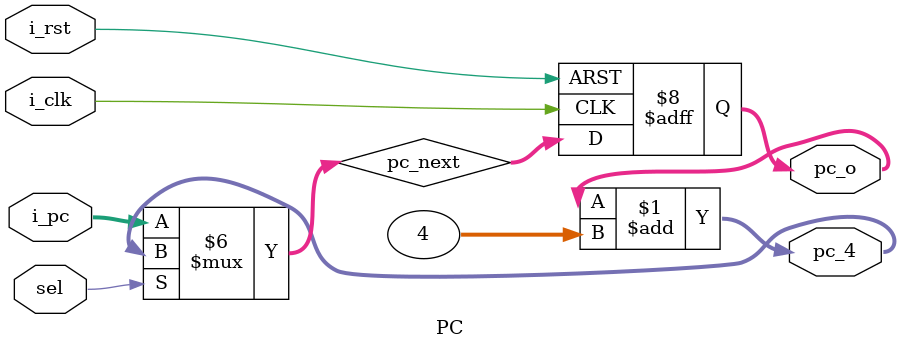
<source format=sv>
module PC(
    input  logic        i_clk,       // Clock
    input  logic        i_rst,       // Reset

    input  logic [31:0] i_pc,        // Program counter
    input  logic        sel,         // Select PC + 4 if sel = 1, else select i_pc

    output logic [31:0] pc_o,      // Next program counter
    output logic [31:0] pc_4      // Program counter + 4
);
    logic [31:0] pc_next;   
	assign pc_4 = pc_o + 4;
    // ksa_adder #(32) adder (pc_o, 32'h4, 1'b0, pc_4);

    always_comb begin
        if(sel) begin
            pc_next = pc_4;
        end else begin
            pc_next = i_pc;
        end
    end

    always_ff @(posedge i_clk or negedge i_rst) begin
        if(!i_rst) begin
            pc_o <= 32'h0;
        end else begin
            pc_o <= pc_next;
        end
    end

endmodule 
</source>
